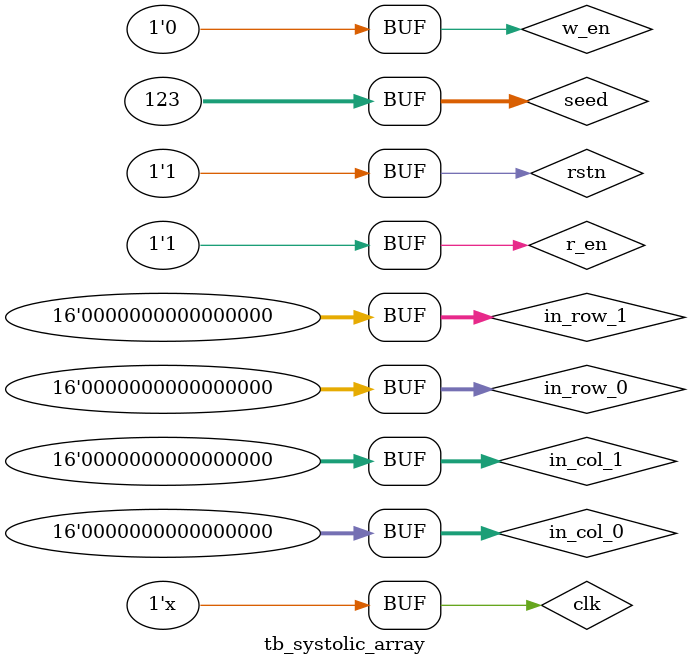
<source format=v>
`timescale 1ns / 1ps
module tb_systolic_array;
  reg clk;
  reg rstn;
  reg signed [15:0] in_row_0;
  reg signed [15:0] in_row_1;
  reg signed [15:0] in_col_0;
  reg signed [15:0] in_col_1;
  reg r_en;
  reg w_en;
  wire signed [15:0] out_data_0_0;
  wire signed [15:0] out_data_0_1;
  wire signed [15:0] out_data_1_0;
  wire signed [15:0] out_data_1_1;

  integer seed = 123;

  systolic_array_2x2 test_systolic_array(
    .clk (clk), 
    .rstn (rstn),
    .in_row_0 (in_row_0),
    .row_fifo_0_r_en (r_en),
    .row_fifo_0_w_en (w_en),
    .in_row_1 (in_row_1),
    .row_fifo_1_r_en (r_en),
    .row_fifo_1_w_en (w_en),
    .in_col_0 (in_col_0),
    .col_fifo_0_r_en (r_en),
    .col_fifo_0_w_en (w_en),
    .in_col_1 (in_col_1),
    .col_fifo_1_r_en (r_en),
    .col_fifo_1_w_en (w_en),
    .out_data_0_0 (out_data_0_0),
    .out_data_0_1 (out_data_0_1),
    .out_data_1_0 (out_data_1_0),
    .out_data_1_1 (out_data_1_1)
  );

  always #1 clk = ~clk;

  initial begin
    clk <= 0;
    rstn <= 0;
    #2 rstn <= 1;
    #1 w_en <= 1;
    in_row_0 <= 1;
    in_col_0 <= 2;
    in_row_1 <= 0;
    in_col_1 <= 0;
    #2 in_row_1 <= 3;
    in_col_1 <= 4;
    in_row_0 <= 5;
    in_col_0 <= 6;
    #2 in_row_1 <= 7;
    in_col_1 <= 8;
    in_row_0 <= 0;
    in_col_0 <= 0;
    #2 in_row_1 <= 0;
    in_col_1 <= 0;
    #2 w_en <= 0;
    r_en <= 1;
  end
endmodule
</source>
